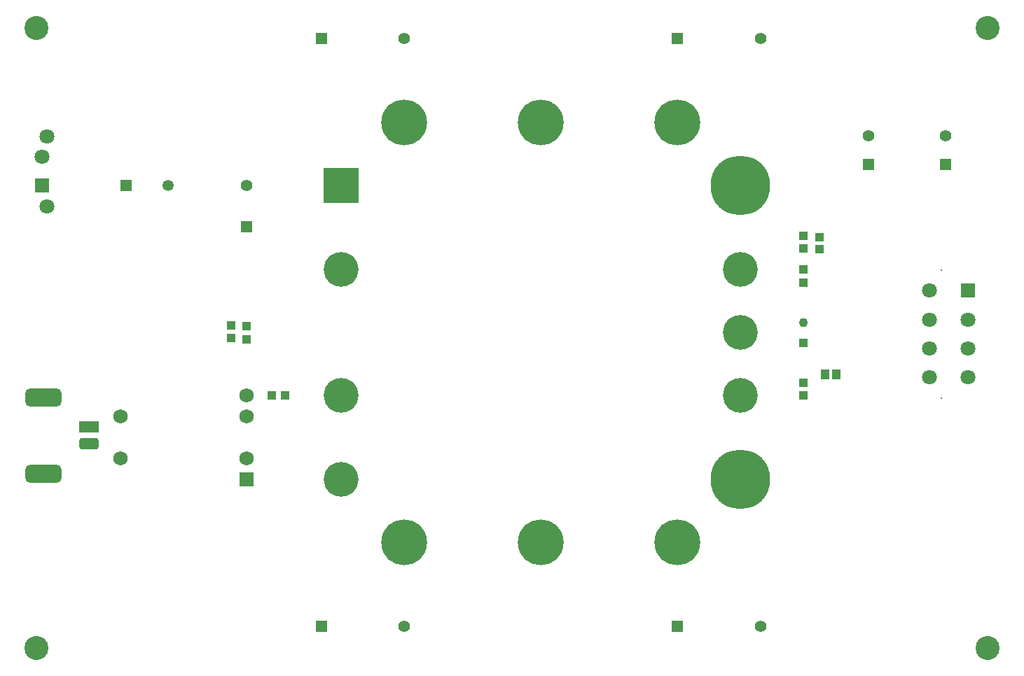
<source format=gts>
G04 Layer_Color=8388736*
%FSLAX25Y25*%
%MOIN*%
G70*
G01*
G75*
%ADD46R,0.04143X0.04537*%
%ADD47R,0.04147X0.04147*%
%ADD48R,0.03950X0.03950*%
%ADD49R,0.04147X0.04147*%
G04:AMPARAMS|DCode=50|XSize=55.24mil|YSize=94.61mil|CornerRadius=15.81mil|HoleSize=0mil|Usage=FLASHONLY|Rotation=270.000|XOffset=0mil|YOffset=0mil|HoleType=Round|Shape=RoundedRectangle|*
%AMROUNDEDRECTD50*
21,1,0.05524,0.06299,0,0,270.0*
21,1,0.02362,0.09461,0,0,270.0*
1,1,0.03162,-0.03150,-0.01181*
1,1,0.03162,-0.03150,0.01181*
1,1,0.03162,0.03150,0.01181*
1,1,0.03162,0.03150,-0.01181*
%
%ADD50ROUNDEDRECTD50*%
%ADD51R,0.09461X0.05524*%
G04:AMPARAMS|DCode=52|XSize=86.74mil|YSize=173.35mil|CornerRadius=23.68mil|HoleSize=0mil|Usage=FLASHONLY|Rotation=270.000|XOffset=0mil|YOffset=0mil|HoleType=Round|Shape=RoundedRectangle|*
%AMROUNDEDRECTD52*
21,1,0.08674,0.12598,0,0,270.0*
21,1,0.03937,0.17335,0,0,270.0*
1,1,0.04737,-0.06299,-0.01968*
1,1,0.04737,-0.06299,0.01968*
1,1,0.04737,0.06299,0.01968*
1,1,0.04737,0.06299,-0.01968*
%
%ADD52ROUNDEDRECTD52*%
%ADD53R,0.16548X0.16548*%
%ADD54C,0.16548*%
%ADD55C,0.28359*%
%ADD56C,0.21800*%
%ADD57C,0.11430*%
%ADD58C,0.07099*%
%ADD59R,0.07099X0.07099*%
%ADD60C,0.00800*%
%ADD61C,0.04343*%
%ADD62R,0.04343X0.04343*%
%ADD63R,0.05524X0.05524*%
%ADD64C,0.05524*%
%ADD65R,0.05524X0.05524*%
%ADD66R,0.05300X0.05300*%
%ADD67C,0.05300*%
%ADD68R,0.06800X0.06800*%
%ADD69C,0.06800*%
D46*
X235453Y-89842D02*
D03*
X230138D02*
D03*
D47*
X-45000Y-73051D02*
D03*
Y-66949D02*
D03*
X220000Y-93898D02*
D03*
Y-100000D02*
D03*
Y-40000D02*
D03*
Y-46102D02*
D03*
Y-23898D02*
D03*
Y-30000D02*
D03*
D48*
X-52500Y-72533D02*
D03*
Y-66627D02*
D03*
X227500Y-24416D02*
D03*
Y-30322D02*
D03*
D49*
X-33051Y-100000D02*
D03*
X-26949D02*
D03*
D50*
X-120000Y-122874D02*
D03*
D51*
Y-115000D02*
D03*
D52*
X-141969Y-100827D02*
D03*
Y-137047D02*
D03*
D53*
X0Y0D02*
D03*
D54*
Y-40000D02*
D03*
Y-100000D02*
D03*
Y-140000D02*
D03*
X190000Y-100000D02*
D03*
Y-70000D02*
D03*
Y-40000D02*
D03*
D55*
Y-140000D02*
D03*
Y0D02*
D03*
D56*
X30000Y30000D02*
D03*
X160000D02*
D03*
Y-170000D02*
D03*
X30000D02*
D03*
X95000Y30000D02*
D03*
Y-170000D02*
D03*
D57*
X307598Y-220158D02*
D03*
Y75118D02*
D03*
X-145158D02*
D03*
Y-220158D02*
D03*
D58*
X280000Y-91339D02*
D03*
X298110D02*
D03*
Y-63779D02*
D03*
Y-77559D02*
D03*
X280000D02*
D03*
Y-63779D02*
D03*
Y-50000D02*
D03*
X-140020Y23622D02*
D03*
Y-9843D02*
D03*
X-142500Y13780D02*
D03*
D59*
X298110Y-50000D02*
D03*
X-142500Y0D02*
D03*
D60*
X285591Y-40157D02*
D03*
Y-101181D02*
D03*
D61*
X220000Y-65158D02*
D03*
D62*
Y-75000D02*
D03*
D63*
X160000Y-210000D02*
D03*
X-9370D02*
D03*
X160000Y70000D02*
D03*
X-9370D02*
D03*
D64*
X199370Y-210000D02*
D03*
X30000D02*
D03*
X287500Y23779D02*
D03*
X251000Y23779D02*
D03*
X199370Y70000D02*
D03*
X30000D02*
D03*
X-45000Y0D02*
D03*
D65*
X287500Y10000D02*
D03*
X251000Y10000D02*
D03*
X-45000Y-19685D02*
D03*
D66*
X-102500Y0D02*
D03*
D67*
X-82500D02*
D03*
D68*
X-45000Y-140000D02*
D03*
D69*
Y-130000D02*
D03*
Y-110000D02*
D03*
Y-100000D02*
D03*
X-105000Y-110000D02*
D03*
Y-130000D02*
D03*
M02*

</source>
